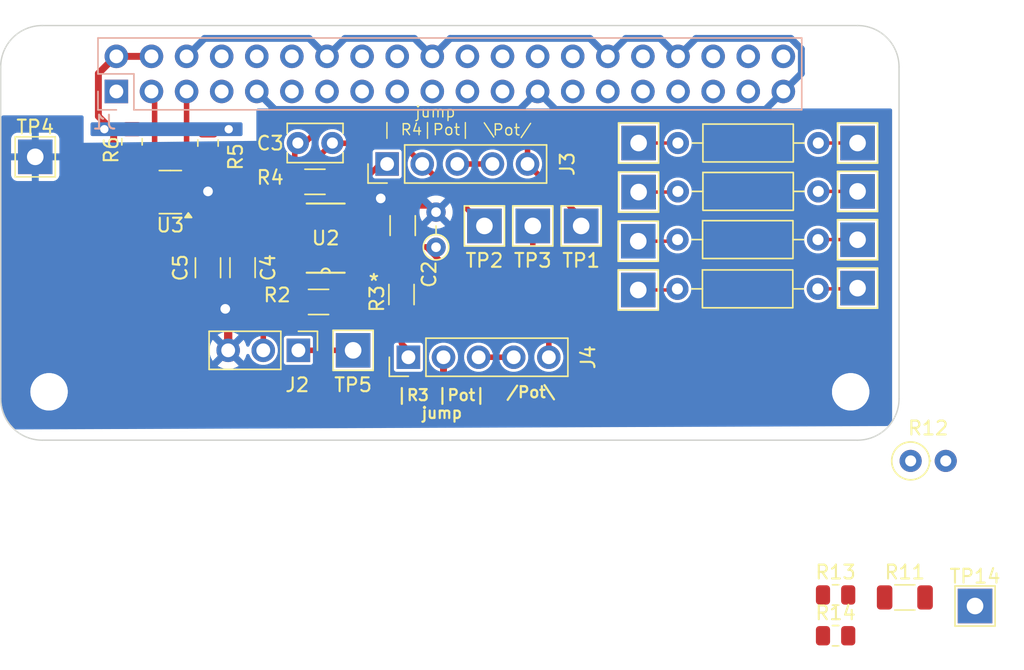
<source format=kicad_pcb>
(kicad_pcb (version 20241229) (generator "pcbnew") (generator_version "9.0")
  (title_block (date "15 nov 2012"))
  (layers (0 "F.Cu" signal) (2 "B.Cu" signal) (13 "F.Paste" user) (15 "B.Paste" user) (5 "F.SilkS" user "F.Silkscreen") (7 "B.SilkS" user "B.Silkscreen") (1 "F.Mask" user) (3 "B.Mask" user) (25 "Edge.Cuts" user))
  (net 0 "")
  (net 1 "GND")
  (net 2 "/GPIO2{slash}SDA1")
  (net 3 "/GPIO3{slash}SCL1")
  (net 4 "/GPIO4{slash}GPCLK0")
  (net 5 "/GPIO14{slash}TXD0")
  (net 6 "/GPIO15{slash}RXD0")
  (net 7 "/GPIO17")
  (net 8 "/GPIO18{slash}PCM.CLK")
  (net 9 "/GPIO27")
  (net 10 "/GPIO22")
  (net 11 "/GPIO23")
  (net 12 "/GPIO26")
  (net 13 "/GPIO24")
  (net 14 "/GPIO10{slash}SPI0.MOSI")
  (net 15 "/GPIO9{slash}SPI0.MISO")
  (net 16 "/GPIO25")
  (net 17 "/GPIO11{slash}SPI0.SCLK")
  (net 18 "/GPIO8{slash}SPI0.CE0")
  (net 19 "/GPIO7{slash}SPI0.CE1")
  (net 20 "/ID_SDA")
  (net 21 "/ID_SCL")
  (net 22 "/GPIO5")
  (net 23 "/GPIO6")
  (net 24 "/GPIO12{slash}PWM0")
  (net 25 "/GPIO13{slash}PWM1")
  (net 26 "/GPIO19{slash}PCM.FS")
  (net 27 "/GPIO16")
  (net 28 "/GPIO20{slash}PCM.DIN")
  (net 29 "/GPIO21{slash}PCM.DOUT")
  (net 30 "+5V")
  (net 31 "+3V3")
  (net 35 "Net-(J4-Pin_5)")
  (net 36 "Net-(J3-Pin_5)")
  (net 37 "Net-(J2-Pin_2)")
  (net 38 "Net-(J2-Pin_1)")
  (net 39 "Net-(J3-Pin_3)")
  (net 40 "Net-(J3-Pin_1)")
  (net 41 "Net-(J4-Pin_3)")
  (net 42 "Net-(J4-Pin_1)")
  (net 44 "Net-(J3-Pin_2)")
  (net 45 "Net-(R7-Pad1)")
  (net 46 "Net-(R7-Pad2)")
  (net 47 "Net-(R8-Pad2)")
  (net 48 "Net-(R8-Pad1)")
  (net 49 "Net-(R9-Pad2)")
  (net 50 "Net-(R9-Pad1)")
  (net 51 "Net-(R10-Pad1)")
  (net 52 "Net-(R10-Pad2)")
  (net 53 "Net-(U3-VIN-)")
  (net 54 "Net-(R11-Pad1)")
  (footprint "Resistor_SMD:R_1206_3216Metric" (layer "F.Cu") (at 129 89.4625 90)
    (property "Reference" "R3" (at -0.302904 -1.776176 90) (layer "F.SilkS"))
    (property "Value" "100k")
    (fp_line (start -0.727064 -0.91) (end 0.727064 -0.91) (stroke (width 0.12)) (layer "F.SilkS"))
    (fp_line (start -0.727064 0.91) (end 0.727064 0.91) (stroke (width 0.12)) (layer "F.SilkS"))
    (pad "1" smd roundrect (at -1.4625 0 90) (size 1.125 1.75) (layers "F.Cu" "F.Mask" "F.Paste") (roundrect_rratio 0.222222) (net 42 "Net-(J4-Pin_1)"))
    (pad "2" smd roundrect (at 1.4625 0 90) (size 1.125 1.75) (layers "F.Cu" "F.Mask" "F.Paste") (roundrect_rratio 0.222222) (net 35 "Net-(J4-Pin_5)"))
  )
  (footprint "MountingHole:MountingHole_2.7mm_M2.5" (layer "F.Cu") (at 161.5 73.5)
    (property "Reference" "MH2" (hide yes))
    (property "Value" "MountingHole_2.7mm_M2.5" (hide yes))
    (pad "" np_thru_hole circle (at 0 0) (size 2.7 2.7) (drill 2.7) (layers "*.Cu" "*.Mask"))
  )
  (footprint "Capacitor_SMD:C_1206_3216Metric" (layer "F.Cu") (at 129.0875 84.475 90)
    (property "Reference" "C2" (at -3.525 1.9125 90) (layer "F.SilkS"))
    (property "Value" "100nF")
    (fp_line (start -0.711252 -0.91) (end 0.711252 -0.91) (stroke (width 0.12)) (layer "F.SilkS"))
    (fp_line (start -0.711252 0.91) (end 0.711252 0.91) (stroke (width 0.12)) (layer "F.SilkS"))
    (pad "1" smd roundrect (at -1.475 0 90) (size 1.15 1.8) (layers "F.Cu" "F.Mask" "F.Paste") (roundrect_rratio 0.217391) (net 35 "Net-(J4-Pin_5)"))
    (pad "2" smd roundrect (at 1.475 0 90) (size 1.15 1.8) (layers "F.Cu" "F.Mask" "F.Paste") (roundrect_rratio 0.217391) (net 1 "GND"))
  )
  (footprint "TestPoint:TestPoint_THTPad_2.5x2.5mm_Drill1.2mm" (layer "F.Cu") (at 142 84.5 180)
    (property "Reference" "TP1" (at 0 -2.5 0) (layer "F.SilkS"))
    (property "Value" "TestPoint" (hide yes))
    (fp_line (start 1.45 1.45) (end -1.45 1.45) (stroke (width 0.12)) (layer "F.SilkS"))
    (fp_line (start 1.45 -1.45) (end 1.45 1.45) (stroke (width 0.12)) (layer "F.SilkS"))
    (fp_line (start -1.45 1.45) (end -1.45 -1.45) (stroke (width 0.12)) (layer "F.SilkS"))
    (fp_line (start -1.45 -1.45) (end 1.45 -1.45) (stroke (width 0.12)) (layer "F.SilkS"))
    (pad "1" thru_hole rect (at 0 0 180) (size 2.5 2.5) (drill 1.2) (layers "*.Cu" "*.Mask") (net 36 "Net-(J3-Pin_5)"))
  )
  (footprint "Resistor_SMD:R_0805_2012Metric" (layer "F.Cu") (at 115 78.5 90)
    (property "Reference" "R5" (at -1 2 90) (layer "F.SilkS"))
    (property "Value" "10k")
    (fp_line (start -0.227064 -0.735) (end 0.227064 -0.735) (stroke (width 0.12)) (layer "F.SilkS"))
    (fp_line (start -0.227064 0.735) (end 0.227064 0.735) (stroke (width 0.12)) (layer "F.SilkS"))
    (pad "1" smd roundrect (at -0.9125 0 90) (size 1.025 1.4) (layers "F.Cu" "F.Mask" "F.Paste") (roundrect_rratio 0.243902) (net 3 "/GPIO3{slash}SCL1"))
    (pad "2" smd roundrect (at 0.9125 0 90) (size 1.025 1.4) (layers "F.Cu" "F.Mask" "F.Paste") (roundrect_rratio 0.243902) (net 30 "+5V"))
  )
  (footprint "TestPoint:TestPoint_THTPad_2.5x2.5mm_Drill1.2mm" (layer "F.Cu") (at 162 78.5)
    (property "Reference" "TP13" (hide yes))
    (property "Value" "TestPoint")
    (fp_line (start -1.45 -1.45) (end 1.45 -1.45) (stroke (width 0.12)) (layer "F.SilkS"))
    (fp_line (start -1.45 1.45) (end -1.45 -1.45) (stroke (width 0.12)) (layer "F.SilkS"))
    (fp_line (start 1.45 -1.45) (end 1.45 1.45) (stroke (width 0.12)) (layer "F.SilkS"))
    (fp_line (start 1.45 1.45) (end -1.45 1.45) (stroke (width 0.12)) (layer "F.SilkS"))
    (pad "1" thru_hole rect (at 0 0) (size 2.5 2.5) (drill 1.2) (layers "*.Cu" "*.Mask") (net 46 "Net-(R7-Pad2)"))
  )
  (footprint "Resistor_SMD:R_1206_3216Metric" (layer "F.Cu") (at 165.42 111.38)
    (property "Reference" "R11" (at 0 -1.83 0) (layer "F.SilkS"))
    (property "Value" "0")
    (fp_line (start -0.727064 -0.91) (end 0.727064 -0.91) (stroke (width 0.12)) (layer "F.SilkS"))
    (fp_line (start -0.727064 0.91) (end 0.727064 0.91) (stroke (width 0.12)) (layer "F.SilkS"))
    (pad "1" smd roundrect (at -1.4625 0) (size 1.125 1.75) (layers "F.Cu" "F.Mask" "F.Paste") (roundrect_rratio 0.222222) (net 54 "Net-(R11-Pad1)"))
    (pad "2" smd roundrect (at 1.4625 0) (size 1.125 1.75) (layers "F.Cu" "F.Mask" "F.Paste") (roundrect_rratio 0.222222) (net 53 "Net-(U3-VIN-)"))
  )
  (footprint "Capacitor_SMD:C_1206_3216Metric" (layer "F.Cu") (at 117.5 87.5175 -90)
    (property "Reference" "C4" (at 0 -1.85 270) (layer "F.SilkS"))
    (property "Value" "100uF")
    (fp_line (start -0.711252 0.91) (end 0.711252 0.91) (stroke (width 0.12)) (layer "F.SilkS"))
    (fp_line (start -0.711252 -0.91) (end 0.711252 -0.91) (stroke (width 0.12)) (layer "F.SilkS"))
    (pad "1" smd roundrect (at -1.475 0 270) (size 1.15 1.8) (layers "F.Cu" "F.Mask" "F.Paste") (roundrect_rratio 0.217391) (net 30 "+5V"))
    (pad "2" smd roundrect (at 1.475 0 270) (size 1.15 1.8) (layers "F.Cu" "F.Mask" "F.Paste") (roundrect_rratio 0.217391) (net 1 "GND"))
  )
  (footprint "Connector_PinHeader_2.54mm:PinHeader_1x05_P2.54mm_Vertical" (layer "F.Cu") (at 127.96 80.0175 90)
    (property "Reference" "J3" (at 0 13.04 90) (layer "F.SilkS"))
    (property "Value" "Conn_01x05_Pin")
    (fp_line (start -1.38 -1.38) (end 0 -1.38) (stroke (width 0.12)) (layer "F.SilkS"))
    (fp_line (start -1.38 0) (end -1.38 -1.38) (stroke (width 0.12)) (layer "F.SilkS"))
    (fp_line (start 1.38 1.27) (end 1.38 11.54) (stroke (width 0.12)) (layer "F.SilkS"))
    (fp_line (start -1.38 1.27) (end 1.38 1.27) (stroke (width 0.12)) (layer "F.SilkS"))
    (fp_line (start -1.38 1.27) (end -1.38 11.54) (stroke (width 0.12)) (layer "F.SilkS"))
    (fp_line (start -1.38 11.54) (end 1.38 11.54) (stroke (width 0.12)) (layer "F.SilkS"))
    (pad "1" thru_hole rect (at 0 0 90) (size 1.7 1.7) (drill 1) (layers "*.Cu" "*.Mask") (net 40 "Net-(J3-Pin_1)"))
    (pad "2" thru_hole circle (at 0 2.54 90) (size 1.7 1.7) (drill 1) (layers "*.Cu" "*.Mask") (net 44 "Net-(J3-Pin_2)"))
    (pad "3" thru_hole circle (at 0 5.08 90) (size 1.7 1.7) (drill 1) (layers "*.Cu" "*.Mask") (net 39 "Net-(J3-Pin_3)"))
    (pad "4" thru_hole circle (at 0 7.62 90) (size 1.7 1.7) (drill 1) (layers "*.Cu" "*.Mask") (net 39 "Net-(J3-Pin_3)"))
    (pad "5" thru_hole circle (at 0 10.16 90) (size 1.7 1.7) (drill 1) (layers "*.Cu" "*.Mask") (net 36 "Net-(J3-Pin_5)"))
  )
  (footprint "Resistor_SMD:R_0805_2012Metric" (layer "F.Cu") (at 109.5 78.4125 90)
    (property "Reference" "R6" (at -0.5875 -1.5 90) (layer "F.SilkS"))
    (property "Value" "10k")
    (fp_line (start -0.227064 -0.735) (end 0.227064 -0.735) (stroke (width 0.12)) (layer "F.SilkS"))
    (fp_line (start -0.227064 0.735) (end 0.227064 0.735) (stroke (width 0.12)) (layer "F.SilkS"))
    (pad "1" smd roundrect (at -0.9125 0 90) (size 1.025 1.4) (layers "F.Cu" "F.Mask" "F.Paste") (roundrect_rratio 0.243902) (net 2 "/GPIO2{slash}SDA1"))
    (pad "2" smd roundrect (at 0.9125 0 90) (size 1.025 1.4) (layers "F.Cu" "F.Mask" "F.Paste") (roundrect_rratio 0.243902) (net 30 "+5V"))
  )
  (footprint "TestPoint:TestPoint_THTPad_2.5x2.5mm_Drill1.2mm" (layer "F.Cu") (at 146.157597 82.048091)
    (property "Reference" "TP7" (hide yes))
    (property "Value" "TestPoint")
    (fp_line (start -1.45 -1.45) (end 1.45 -1.45) (stroke (width 0.12)) (layer "F.SilkS"))
    (fp_line (start -1.45 1.45) (end -1.45 -1.45) (stroke (width 0.12)) (layer "F.SilkS"))
    (fp_line (start 1.45 -1.45) (end 1.45 1.45) (stroke (width 0.12)) (layer "F.SilkS"))
    (fp_line (start 1.45 1.45) (end -1.45 1.45) (stroke (width 0.12)) (layer "F.SilkS"))
    (pad "1" thru_hole rect (at 0 0) (size 2.5 2.5) (drill 1.2) (layers "*.Cu" "*.Mask") (net 48 "Net-(R8-Pad1)"))
  )
  (footprint "Resistor_THT:R_Axial_DIN0207_L6.3mm_D2.5mm_P10.16mm_Horizontal" (layer "F.Cu") (at 148.976251 85.487022)
    (property "Reference" "R9" (hide yes))
    (property "Value" "R")
    (fp_line (start 1.04 0) (end 1.81 0) (stroke (width 0.12)) (layer "F.SilkS"))
    (fp_line (start 9.12 0) (end 8.35 0) (stroke (width 0.12)) (layer "F.SilkS"))
    (fp_rect (start 1.81 -1.37) (end 8.35 1.37) (stroke (width 0.12)) (fill no) (layer "F.SilkS"))
    (pad "1" thru_hole circle (at 0 0) (size 1.6 1.6) (drill 0.8) (layers "*.Cu" "*.Mask") (net 50 "Net-(R9-Pad1)"))
    (pad "2" thru_hole circle (at 10.16 0) (size 1.6 1.6) (drill 0.8) (layers "*.Cu" "*.Mask") (net 49 "Net-(R9-Pad2)"))
  )
  (footprint "TestPoint:TestPoint_THTPad_2.5x2.5mm_Drill1.2mm" (layer "F.Cu") (at 162 85.5)
    (property "Reference" "TP11" (hide yes))
    (property "Value" "TestPoint")
    (fp_line (start -1.45 -1.45) (end 1.45 -1.45) (stroke (width 0.12)) (layer "F.SilkS"))
    (fp_line (start -1.45 1.45) (end -1.45 -1.45) (stroke (width 0.12)) (layer "F.SilkS"))
    (fp_line (start 1.45 -1.45) (end 1.45 1.45) (stroke (width 0.12)) (layer "F.SilkS"))
    (fp_line (start 1.45 1.45) (end -1.45 1.45) (stroke (width 0.12)) (layer "F.SilkS"))
    (pad "1" thru_hole rect (at 0 0) (size 2.5 2.5) (drill 1.2) (layers "*.Cu" "*.Mask") (net 49 "Net-(R9-Pad2)"))
  )
  (footprint "Capacitor_SMD:C_1206_3216Metric" (layer "F.Cu") (at 115 87.525 -90)
    (property "Reference" "C5" (at 0 2 270) (layer "F.SilkS"))
    (property "Value" "100nF")
    (fp_line (start -0.711252 0.91) (end 0.711252 0.91) (stroke (width 0.12)) (layer "F.SilkS"))
    (fp_line (start -0.711252 -0.91) (end 0.711252 -0.91) (stroke (width 0.12)) (layer "F.SilkS"))
    (pad "1" smd roundrect (at -1.475 0 270) (size 1.15 1.8) (layers "F.Cu" "F.Mask" "F.Paste") (roundrect_rratio 0.217391) (net 30 "+5V"))
    (pad "2" smd roundrect (at 1.475 0 270) (size 1.15 1.8) (layers "F.Cu" "F.Mask" "F.Paste") (roundrect_rratio 0.217391) (net 1 "GND"))
  )
  (footprint "Resistor_SMD:R_0805_2012Metric" (layer "F.Cu") (at 160.41 114.15)
    (property "Reference" "R14" (at 0 -1.65 0) (layer "F.SilkS"))
    (property "Value" "25k")
    (fp_line (start -0.227064 -0.735) (end 0.227064 -0.735) (stroke (width 0.12)) (layer "F.SilkS"))
    (fp_line (start -0.227064 0.735) (end 0.227064 0.735) (stroke (width 0.12)) (layer "F.SilkS"))
    (pad "1" smd roundrect (at -0.9125 0) (size 1.025 1.4) (layers "F.Cu" "F.Mask" "F.Paste") (roundrect_rratio 0.243902) (net 1 "GND"))
    (pad "2" smd roundrect (at 0.9125 0) (size 1.025 1.4) (layers "F.Cu" "F.Mask" "F.Paste") (roundrect_rratio 0.243902) (net 54 "Net-(R11-Pad1)"))
  )
  (footprint "OPA380:D8" (layer "F.Cu") (at 123.5138 85.3825 180)
    (property "Reference" "U2" (hide yes))
    (property "Value" "OPA380AID")
    (fp_line (start 1.373653 -2.5019) (end -1.373653 -2.5019) (stroke (width 0.1524)) (layer "F.SilkS"))
    (fp_line (start -1.373653 2.5019) (end 1.373653 2.5019) (stroke (width 0.1524)) (layer "F.SilkS"))
    (fp_arc (start 0.3048 -2.5019) (mid 0 -2.1971) (end -0.3048 -2.5019) (stroke (width 0.1524)) (layer "F.SilkS"))
    (fp_text user "*" (at -3.4862 -3.135 0) (layer "F.SilkS"))
    (pad "1" smd rect (at -2.4638 -1.905 180) (size 1.9812 0.5588) (layers "F.Cu" "F.Mask" "F.Paste"))
    (pad "2" smd rect (at -2.4638 -0.635 180) (size 1.9812 0.5588) (layers "F.Cu" "F.Mask" "F.Paste") (net 44 "Net-(J3-Pin_2)"))
    (pad "3" smd rect (at -2.4638 0.635 180) (size 1.9812 0.5588) (layers "F.Cu" "F.Mask" "F.Paste") (net 35 "Net-(J4-Pin_5)"))
    (pad "4" smd rect (at -2.4638 1.905 180) (size 1.9812 0.5588) (layers "F.Cu" "F.Mask" "F.Paste") (net 1 "GND"))
    (pad "5" smd rect (at 2.4638 1.905 180) (size 1.9812 0.5588) (layers "F.Cu" "F.Mask" "F.Paste"))
    (pad "6" smd rect (at 2.4638 0.635 180) (size 1.9812 0.5588) (layers "F.Cu" "F.Mask" "F.Paste") (net 36 "Net-(J3-Pin_5)"))
    (pad "7" smd rect (at 2.4638 -0.635 180) (size 1.9812 0.5588) (layers "F.Cu" "F.Mask" "F.Paste") (net 30 "+5V"))
    (pad "8" smd rect (at 2.4638 -1.905 180) (size 1.9812 0.5588) (layers "F.Cu" "F.Mask" "F.Paste"))
  )
  (footprint "Resistor_THT:R_Axial_DIN0207_L6.3mm_D2.5mm_P2.54mm_Vertical" (layer "F.Cu") (at 165.84 101.5)
    (property "Reference" "R12" (at 1.27 -2.37 0) (layer "F.SilkS"))
    (property "Value" "0R")
    (fp_line (start 1.37 0) (end 1.44 0) (stroke (width 0.12)) (layer "F.SilkS"))
    (fp_circle (center 0 0) (end 1.37 0) (stroke (width 0.12)) (fill no) (layer "F.SilkS"))
    (pad "1" thru_hole circle (at 0 0) (size 1.6 1.6) (drill 0.8) (layers "*.Cu" "*.Mask") (net 1 "GND"))
    (pad "2" thru_hole circle (at 2.54 0) (size 1.6 1.6) (drill 0.8) (layers "*.Cu" "*.Mask") (net 53 "Net-(U3-VIN-)"))
  )
  (footprint "TestPoint:TestPoint_THTPad_2.5x2.5mm_Drill1.2mm" (layer "F.Cu") (at 146.130858 89.133786)
    (property "Reference" "TP9" (hide yes))
    (property "Value" "TestPoint")
    (fp_line (start -1.45 -1.45) (end 1.45 -1.45) (stroke (width 0.12)) (layer "F.SilkS"))
    (fp_line (start -1.45 1.45) (end -1.45 -1.45) (stroke (width 0.12)) (layer "F.SilkS"))
    (fp_line (start 1.45 -1.45) (end 1.45 1.45) (stroke (width 0.12)) (layer "F.SilkS"))
    (fp_line (start 1.45 1.45) (end -1.45 1.45) (stroke (width 0.12)) (layer "F.SilkS"))
    (pad "1" thru_hole rect (at 0 0) (size 2.5 2.5) (drill 1.2) (layers "*.Cu" "*.Mask") (net 51 "Net-(R10-Pad1)"))
  )
  (footprint "TestPoint:TestPoint_THTPad_2.5x2.5mm_Drill1.2mm" (layer "F.Cu") (at 146.157597 78.5)
    (property "Reference" "TP6" (hide yes))
    (property "Value" "TestPoint")
    (fp_line (start -1.45 -1.45) (end 1.45 -1.45) (stroke (width 0.12)) (layer "F.SilkS"))
    (fp_line (start -1.45 1.45) (end -1.45 -1.45) (stroke (width 0.12)) (layer "F.SilkS"))
    (fp_line (start 1.45 -1.45) (end 1.45 1.45) (stroke (width 0.12)) (layer "F.SilkS"))
    (fp_line (start 1.45 1.45) (end -1.45 1.45) (stroke (width 0.12)) (layer "F.SilkS"))
    (pad "1" thru_hole rect (at 0 0) (size 2.5 2.5) (drill 1.2) (layers "*.Cu" "*.Mask") (net 45 "Net-(R7-Pad1)"))
  )
  (footprint "MountingHole:MountingHole_2.7mm_M2.5" (layer "F.Cu") (at 103.5 96.5)
    (property "Reference" "MH3" (hide yes))
    (property "Value" "MountingHole_2.7mm_M2.5" (hide yes))
    (pad "" np_thru_hole circle (at 0 0) (size 2.7 2.7) (drill 2.7) (layers "*.Cu" "*.Mask"))
  )
  (footprint "TestPoint:TestPoint_THTPad_2.5x2.5mm_Drill1.2mm" (layer "F.Cu") (at 125.5 93.5)
    (property "Reference" "TP5" (at 0 2.5 0) (layer "F.SilkS"))
    (property "Value" "TestPoint")
    (fp_line (start -1.45 -1.45) (end 1.45 -1.45) (stroke (width 0.12)) (layer "F.SilkS"))
    (fp_line (start -1.45 1.45) (end -1.45 -1.45) (stroke (width 0.12)) (layer "F.SilkS"))
    (fp_line (start 1.45 -1.45) (end 1.45 1.45) (stroke (width 0.12)) (layer "F.SilkS"))
    (fp_line (start 1.45 1.45) (end -1.45 1.45) (stroke (width 0.12)) (layer "F.SilkS"))
    (pad "1" thru_hole rect (at 0 0) (size 2.5 2.5) (drill 1.2) (layers "*.Cu" "*.Mask") (net 38 "Net-(J2-Pin_1)"))
  )
  (footprint "TestPoint:TestPoint_THTPad_2.5x2.5mm_Drill1.2mm" (layer "F.Cu") (at 162 89)
    (property "Reference" "TP10" (hide yes))
    (property "Value" "TestPoint")
    (fp_line (start -1.45 -1.45) (end 1.45 -1.45) (stroke (width 0.12)) (layer "F.SilkS"))
    (fp_line (start -1.45 1.45) (end -1.45 -1.45) (stroke (width 0.12)) (layer "F.SilkS"))
    (fp_line (start 1.45 -1.45) (end 1.45 1.45) (stroke (width 0.12)) (layer "F.SilkS"))
    (fp_line (start 1.45 1.45) (end -1.45 1.45) (stroke (width 0.12)) (layer "F.SilkS"))
    (pad "1" thru_hole rect (at 0 0) (size 2.5 2.5) (drill 1.2) (layers "*.Cu" "*.Mask") (net 52 "Net-(R10-Pad2)"))
  )
  (footprint "Connector_PinHeader_2.54mm:PinHeader_1x05_P2.54mm_Vertical" (layer "F.Cu") (at 129.5 94 90)
    (property "Reference" "J4" (at 0 13 90) (layer "F.SilkS"))
    (property "Value" "Conn_01x05_Pin")
    (fp_line (start -1.38 -1.38) (end 0 -1.38) (stroke (width 0.12)) (layer "F.SilkS"))
    (fp_line (start -1.38 0) (end -1.38 -1.38) (stroke (width 0.12)) (layer "F.SilkS"))
    (fp_line (start 1.38 1.27) (end 1.38 11.54) (stroke (width 0.12)) (layer "F.SilkS"))
    (fp_line (start -1.38 1.27) (end 1.38 1.27) (stroke (width 0.12)) (layer "F.SilkS"))
    (fp_line (start -1.38 1.27) (end -1.38 11.54) (stroke (width 0.12)) (layer "F.SilkS"))
    (fp_line (start -1.38 11.54) (end 1.38 11.54) (stroke (width 0.12)) (layer "F.SilkS"))
    (pad "1" thru_hole rect (at 0 0 90) (size 1.7 1.7) (drill 1) (layers "*.Cu" "*.Mask") (net 42 "Net-(J4-Pin_1)"))
    (pad "2" thru_hole circle (at 0 2.54 90) (size 1.7 1.7) (drill 1) (layers "*.Cu" "*.Mask") (net 30 "+5V"))
    (pad "3" thru_hole circle (at 0 5.08 90) (size 1.7 1.7) (drill 1) (layers "*.Cu" "*.Mask") (net 41 "Net-(J4-Pin_3)"))
    (pad "4" thru_hole circle (at 0 7.62 90) (size 1.7 1.7) (drill 1) (layers "*.Cu" "*.Mask") (net 41 "Net-(J4-Pin_3)"))
    (pad "5" thru_hole circle (at 0 10.16 90) (size 1.7 1.7) (drill 1) (layers "*.Cu" "*.Mask") (net 35 "Net-(J4-Pin_5)"))
  )
  (footprint "MountingHole:MountingHole_2.7mm_M2.5" (layer "F.Cu") (at 103.5 73.5)
    (property "Reference" "MH1" (hide yes))
    (property "Value" "MountingHole_2.7mm_M2.5" (hide yes))
    (pad "" np_thru_hole circle (at 0 0) (size 2.7 2.7) (drill 2.7) (layers "*.Cu" "*.Mask"))
  )
  (footprint "TestPoint:TestPoint_THTPad_2.5x2.5mm_Drill1.2mm" (layer "F.Cu") (at 138.5 84.5 180)
    (property "Reference" "TP3" (at 0 -2.5 0) (layer "F.SilkS"))
    (property "Value" "TestPoint" (hide yes))
    (fp_line (start 1.45 1.45) (end -1.45 1.45) (stroke (width 0.12)) (layer "F.SilkS"))
    (fp_line (start 1.45 -1.45) (end 1.45 1.45) (stroke (width 0.12)) (layer "F.SilkS"))
    (fp_line (start -1.45 1.45) (end -1.45 -1.45) (stroke (width 0.12)) (layer "F.SilkS"))
    (fp_line (start -1.45 -1.45) (end 1.45 -1.45) (stroke (width 0.12)) (layer "F.SilkS"))
    (pad "1" thru_hole rect (at 0 0 180) (size 2.5 2.5) (drill 1.2) (layers "*.Cu" "*.Mask") (net 35 "Net-(J4-Pin_5)"))
  )
  (footprint "TestPoint:TestPoint_THTPad_2.5x2.5mm_Drill1.2mm" (layer "F.Cu") (at 102.5 79.5)
    (property "Reference" "TP4" (at 0 -2.148 0) (layer "F.SilkS"))
    (property "Value" "GND")
    (fp_line (start -1.45 -1.45) (end 1.45 -1.45) (stroke (width 0.12)) (layer "F.SilkS"))
    (fp_line (start -1.45 1.45) (end -1.45 -1.45) (stroke (width 0.12)) (layer "F.SilkS"))
    (fp_line (start 1.45 -1.45) (end 1.45 1.45) (stroke (width 0.12)) (layer "F.SilkS"))
    (fp_line (start 1.45 1.45) (end -1.45 1.45) (stroke (width 0.12)) (layer "F.SilkS"))
    (pad "1" thru_hole rect (at 0 0) (size 2.5 2.5) (drill 1.2) (layers "*.Cu" "*.Mask") (net 1 "GND"))
  )
  (footprint "Resistor_THT:R_Axial_DIN0207_L6.3mm_D2.5mm_P10.16mm_Horizontal" (layer "F.Cu") (at 149 82)
    (property "Reference" "R8" (hide yes))
    (property "Value" "R")
    (fp_line (start 1.04 0) (end 1.81 0) (stroke (width 0.12)) (layer "F.SilkS"))
    (fp_line (start 9.12 0) (end 8.35 0) (stroke (width 0.12)) (layer "F.SilkS"))
    (fp_rect (start 1.81 -1.37) (end 8.35 1.37) (stroke (width 0.12)) (fill no) (layer "F.SilkS"))
    (pad "1" thru_hole circle (at 0 0) (size 1.6 1.6) (drill 0.8) (layers "*.Cu" "*.Mask") (net 48 "Net-(R8-Pad1)"))
    (pad "2" thru_hole circle (at 10.16 0) (size 1.6 1.6) (drill 0.8) (layers "*.Cu" "*.Mask") (net 47 "Net-(R8-Pad2)"))
  )
  (footprint "Resistor_THT:R_Axial_DIN0204_L3.6mm_D1.6mm_P2.54mm_Vertical" (layer "F.Cu") (at 131.5 86.04 90)
    (property "Reference" "R1" (hide yes))
    (property "Value" "R")
    (fp_line (start 0.92 0) (end 1.54 0) (stroke (width 0.12)) (layer "F.SilkS"))
    (fp_circle (center 0 0) (end 0.92 0) (stroke (width 0.12)) (fill no) (layer "F.SilkS"))
    (pad "1" thru_hole circle (at 0 0 90) (size 1.4 1.4) (drill 0.7) (layers "*.Cu" "*.Mask") (net 35 "Net-(J4-Pin_5)"))
    (pad "2" thru_hole circle (at 2.54 0 90) (size 1.4 1.4) (drill 0.7) (layers "*.Cu" "*.Mask") (net 1 "GND"))
  )
  (footprint "Resistor_SMD:R_0805_2012Metric" (layer "F.Cu") (at 160.41 111.2)
    (property "Reference" "R13" (at 0 -1.65 0) (layer "F.SilkS"))
    (property "Value" "100k")
    (fp_line (start -0.227064 -0.735) (end 0.227064 -0.735) (stroke (width 0.12)) (layer "F.SilkS"))
    (fp_line (start -0.227064 0.735) (end 0.227064 0.735) (stroke (width 0.12)) (layer "F.SilkS"))
    (pad "1" smd roundrect (at -0.9125 0) (size 1.025 1.4) (layers "F.Cu" "F.Mask" "F.Paste") (roundrect_rratio 0.243902) (net 54 "Net-(R11-Pad1)"))
    (pad "2" smd roundrect (at 0.9125 0) (size 1.025 1.4) (layers "F.Cu" "F.Mask" "F.Paste") (roundrect_rratio 0.243902) (net 30 "+5V"))
  )
  (footprint "Resistor_THT:R_Axial_DIN0207_L6.3mm_D2.5mm_P10.16mm_Horizontal" (layer "F.Cu") (at 149 78.5)
    (property "Reference" "R7" (hide yes))
    (property "Value" "R")
    (fp_line (start 1.04 0) (end 1.81 0) (stroke (width 0.12)) (layer "F.SilkS"))
    (fp_line (start 9.12 0) (end 8.35 0) (stroke (width 0.12)) (layer "F.SilkS"))
    (fp_rect (start 1.81 -1.37) (end 8.35 1.37) (stroke (width 0.12)) (fill no) (layer "F.SilkS"))
    (pad "1" thru_hole circle (at 0 0) (size 1.6 1.6) (drill 0.8) (layers "*.Cu" "*.Mask") (net 45 "Net-(R7-Pad1)"))
    (pad "2" thru_hole circle (at 10.16 0) (size 1.6 1.6) (drill 0.8) (layers "*.Cu" "*.Mask") (net 46 "Net-(R7-Pad2)"))
  )
  (footprint "Resistor_SMD:R_1206_3216Metric" (layer "F.Cu") (at 122.738358 81.305909 180)
    (property "Reference" "R4" (at 3.238358 0.305909 180) (layer "F.SilkS"))
    (property "Value" "10M")
    (fp_line (start -0.727064 0.91) (end 0.727064 0.91) (stroke (width 0.12)) (layer "F.SilkS"))
    (fp_line (start -0.727064 -0.91) (end 0.727064 -0.91) (stroke (width 0.12)) (layer "F.SilkS"))
    (pad "1" smd roundrect (at -1.4625 0 180) (size 1.125 1.75) (layers "F.Cu" "F.Mask" "F.Paste") (roundrect_rratio 0.222222) (net 40 "Net-(J3-Pin_1)"))
    (pad "2" smd roundrect (at 1.4625 0 180) (size 1.125 1.75) (layers "F.Cu" "F.Mask" "F.Paste") (roundrect_rratio 0.222222) (net 36 "Net-(J3-Pin_5)"))
  )
  (footprint "TestPoint:TestPoint_THTPad_2.5x2.5mm_Drill1.2mm" (layer "F.Cu") (at 162 82)
    (property "Reference" "TP12" (hide yes))
    (property "Value" "TestPoint")
    (fp_line (start -1.45 -1.45) (end 1.45 -1.45) (stroke (width 0.12)) (layer "F.SilkS"))
    (fp_line (start -1.45 1.45) (end -1.45 -1.45) (stroke (width 0.12)) (layer "F.SilkS"))
    (fp_line (start 1.45 -1.45) (end 1.45 1.45) (stroke (width 0.12)) (layer "F.SilkS"))
    (fp_line (start 1.45 1.45) (end -1.45 1.45) (stroke (width 0.12)) (layer "F.SilkS"))
    (pad "1" thru_hole rect (at 0 0) (size 2.5 2.5) (drill 1.2) (layers "*.Cu" "*.Mask") (net 47 "Net-(R8-Pad2)"))
  )
  (footprint "TestPoint:TestPoint_THTPad_2.5x2.5mm_Drill1.2mm" (layer "F.Cu") (at 146.130858 85.604308)
    (property "Reference" "TP8" (hide yes))
    (property "Value" "TestPoint")
    (fp_line (start -1.45 -1.45) (end 1.45 -1.45) (stroke (width 0.12)) (layer "F.SilkS"))
    (fp_line (start -1.45 1.45) (end -1.45 -1.45) (stroke (width 0.12)) (layer "F.SilkS"))
    (fp_line (start 1.45 -1.45) (end 1.45 1.45) (stroke (width 0.12)) (layer "F.SilkS"))
    (fp_line (start 1.45 1.45) (end -1.45 1.45) (stroke (width 0.12)) (layer "F.SilkS"))
    (pad "1" thru_hole rect (at 0 0) (size 2.5 2.5) (drill 1.2) (layers "*.Cu" "*.Mask") (net 50 "Net-(R9-Pad1)"))
  )
  (footprint "MountingHole:MountingHole_2.7mm_M2.5" (layer "F.Cu") (at 161.5 96.5)
    (property "Reference" "MH4" (hide yes))
    (property "Value" "MountingHole_2.7mm_M2.5" (hide yes))
    (pad "" np_thru_hole circle (at 0 0) (size 2.7 2.7) (drill 2.7) (layers "*.Cu" "*.Mask"))
  )
  (footprint "TestPoint:TestPoint_THTPad_2.5x2.5mm_Drill1.2mm" (layer "F.Cu") (at 135 84.5 180)
    (property "Reference" "TP2" (at 0 -2.5 0) (layer "F.SilkS"))
    (property "Value" "TestPoint" (hide yes))
    (fp_line (start 1.45 1.45) (end -1.45 1.45) (stroke (width 0.12)) (layer "F.SilkS"))
    (fp_line (start 1.45 -1.45) (end 1.45 1.45) (stroke (width 0.12)) (layer "F.SilkS"))
    (fp_line (start -1.45 1.45) (end -1.45 -1.45) (stroke (width 0.12)) (layer "F.SilkS"))
    (fp_line (start -1.45 -1.45) (end 1.45 -1.45) (stroke (width 0.12)) (layer "F.SilkS"))
    (pad "1" thru_hole rect (at 0 0 180) (size 2.5 2.5) (drill 1.2) (layers "*.Cu" "*.Mask") (net 44 "Net-(J3-Pin_2)"))
  )
  (footprint "Capacitor_THT:C_Disc_D3.8mm_W2.6mm_P2.50mm" (layer "F.Cu") (at 124 78.5 180)
    (property "Reference" "C3" (at 4.5 -0.0175 180) (layer "F.SilkS"))
    (property "Value" "1pF")
    (fp_line (start 3.27 1.42) (end -0.77 1.42) (stroke (width 0.12)) (layer "F.SilkS"))
    (fp_line (start 3.27 0.699) (end 3.27 1.42) (stroke (width 0.12)) (layer "F.SilkS"))
    (fp_line (start 3.27 -1.42) (end 3.27 -0.699) (stroke (width 0.12)) (layer "F.SilkS"))
    (fp_line (start -0.77 1.42) (end -0.77 0.699) (stroke (width 0.12)) (layer "F.SilkS"))
    (fp_line (start -0.77 -0.699) (end -0.77 -1.42) (stroke (width 0.12)) (layer "F.SilkS"))
    (fp_line (start -0.77 -1.42) (end 3.27 -1.42) (stroke (width 0.12)) (layer "F.SilkS"))
    (pad "1" thru_hole circle (at 0 0 180) (size 1.6 1.6) (drill 0.8) (layers "*.Cu" "*.Mask") (net 44 "Net-(J3-Pin_2)"))
    (pad "2" thru_hole circle (at 2.5 0 180) (size 1.6 1.6) (drill 0.8) (layers "*.Cu" "*.Mask") (net 36 "Net-(J3-Pin_5)"))
  )
  (footprint "Resistor_THT:R_Axial_DIN0207_L6.3mm_D2.5mm_P10.16mm_Horizontal" (layer "F.Cu") (at 148.965136 89.05357)
    (property "Reference" "R10" (hide yes))
    (property "Value" "R")
    (fp_line (start 1.04 0) (end 1.81 0) (stroke (width 0.12)) (layer "F.SilkS"))
    (fp_line (start 9.12 0) (end 8.35 0) (stroke (width 0.12)) (layer "F.SilkS"))
    (fp_rect (start 1.81 -1.37) (end 8.35 1.37) (stroke (width 0.12)) (fill no) (layer "F.SilkS"))
    (pad "1" thru_hole circle (at 0 0) (size 1.6 1.6) (drill 0.8) (layers "*.Cu" "*.Mask") (net 51 "Net-(R10-Pad1)"))
    (pad "2" thru_hole circle (at 10.16 0) (size 1.6 1.6) (drill 0.8) (layers "*.Cu" "*.Mask") (net 52 "Net-(R10-Pad2)"))
  )
  (footprint "Resistor_SMD:R_1206_3216Metric" (layer "F.Cu") (at 123 90)
    (property "Reference" "R2" (at -3 -0.5 0) (layer "F.SilkS"))
    (property "Value" "0")
    (fp_line (start -0.727064 -0.91) (end 0.727064 -0.91) (stroke (width 0.12)) (layer "F.SilkS"))
    (fp_line (start -0.727064 0.91) (end 0.727064 0.91) (stroke (width 0.12)) (layer "F.SilkS"))
    (pad "1" smd roundrect (at -1.4625 0) (size 1.125 1.75) (layers "F.Cu" "F.Mask" "F.Paste") (roundrect_rratio 0.222222) (net 37 "Net-(J2-Pin_2)"))
    (pad "2" smd roundrect (at 1.4625 0) (size 1.125 1.75) (layers "F.Cu" "F.Mask" "F.Paste") (roundrect_rratio 0.222222) (net 44 "Net-(J3-Pin_2)"))
  )
  (footprint "Connector_PinHeader_2.54mm:PinHeader_1x03_P2.54mm_Vertical" (layer "F.Cu") (at 121.54 93.5 -90)
    (property "Reference" "J2" (at 2.5 0.08 0) (layer "F.SilkS"))
    (property "Value" "Conn_01x02_Socket" (hide yes))
    (fp_line (start -1.38 6.46) (end 1.38 6.46) (stroke (width 0.12)) (layer "F.SilkS"))
    (fp_line (start -1.38 1.27) (end -1.38 6.46) (stroke (width 0.12)) (layer "F.SilkS"))
    (fp_line (start -1.38 1.27) (end 1.38 1.27) (stroke (width 0.12)) (layer "F.SilkS"))
    (fp_line (start 1.38 1.27) (end 1.38 6.46) (stroke (width 0.12)) (layer "F.SilkS"))
    (fp_line (start -1.38 0) (end -1.38 -1.38) (stroke (width 0.12)) (layer "F.SilkS"))
    (fp_line (start -1.38 -1.38) (end 0 -1.38) (stroke (width 0.12)) (layer "F.SilkS"))
    (pad "1" thru_hole rect (at 0 0 270) (size 1.7 1.7) (drill 1) (layers "*.Cu" "*.Mask") (net 38 "Net-(J2-Pin_1)"))
    (pad "2" thru_hole circle (at 0 2.54 270) (size 1.7 1.7) (drill 1) (layers "*.Cu" "*.Mask") (net 37 "Net-(J2-Pin_2)"))
    (pad "3" thru_hole circle (at 0 5.08 270) (size 1.7 1.7) (drill 1) (layers "*.Cu" "*.Mask") (net 1 "GND"))
  )
  (footprint "TestPoint:TestPoint_THTPad_2.5x2.5mm_Drill1.2mm" (layer "F.Cu") (at 170.5 112)
    (property "Reference" "TP14" (at 0 -2.148 0) (layer "F.SilkS"))
    (property "Value" "TestPoint")
    (fp_line (start -1.45 -1.45) (end 1.45 -1.45) (stroke (width 0.12)) (layer "F.SilkS"))
    (fp_line (start -1.45 1.45) (end -1.45 -1.45) (stroke (width 0.12)) (layer "F.SilkS"))
    (fp_line (start 1.45 -1.45) (end 1.45 1.45) (stroke (width 0.12)) (layer "F.SilkS"))
    (fp_line (start 1.45 1.45) (end -1.45 1.45) (stroke (width 0.12)) (layer "F.SilkS"))
    (pad "1" thru_hole rect (at 0 0) (size 2.5 2.5) (drill 1.2) (layers "*.Cu" "*.Mask") (net 53 "Net-(U3-VIN-)"))
  )
  (footprint "Package_TO_SOT_SMD:SOT-23-6" (layer "F.Cu") (at 112.275 82.05 180)
    (property "Reference" "U3" (at 0 -2.4 0) (layer "F.SilkS"))
    (property "Value" "ADS1110")
    (fp_line (start 0 1.56) (end 0.8 1.56) (stroke (width 0.12)) (layer "F.SilkS"))
    (fp_line (start 0 1.56) (end -0.8 1.56) (stroke (width 0.12)) (layer "F.SilkS"))
    (fp_line (start 0 -1.56) (end 0.8 -1.56) (stroke (width 0.12)) (layer "F.SilkS"))
    (fp_line (start 0 -1.56) (end -0.8 -1.56) (stroke (width 0.12)) (layer "F.SilkS"))
    (fp_poly (pts (xy -1.3 -1.51) (xy -1.54 -1.84) (xy -1.06 -1.84)) (stroke (width 0.12)) (fill yes) (layer "F.SilkS"))
    (pad "1" smd roundrect (at -1.1375 -0.95 180) (size 1.325 0.6) (layers "F.Cu" "F.Mask" "F.Paste") (net 36 "Net-(J3-Pin_5)"))
    (pad "2" smd roundrect (at -1.1375 0 180) (size 1.325 0.6) (layers "F.Cu" "F.Mask" "F.Paste") (net 1 "GND"))
    (pad "3" smd roundrect (at -1.1375 0.95 180) (size 1.325 0.6) (layers "F.Cu" "F.Mask" "F.Paste") (net 3 "/GPIO3{slash}SCL1"))
    (pad "4" smd roundrect (at 1.1375 0.95 180) (size 1.325 0.6) (layers "F.Cu" "F.Mask" "F.Paste") (net 2 "/GPIO2{slash}SDA1"))
    (pad "5" smd roundrect (at 1.1375 0 180) (size 1.325 0.6) (layers "F.Cu" "F.Mask" "F.Paste") (net 30 "+5V"))
    (pad "6" smd roundrect (at 1.1375 -0.95 180) (size 1.325 0.6) (layers "F.Cu" "F.Mask" "F.Paste") (net 53 "Net-(U3-VIN-)"))
  )
  (footprint "Connector_PinSocket_2.54mm:PinSocket_2x20_P2.54mm_Vertical" (layer "B.Cu") (at 108.37 74.77 -90)
    (property "Reference" "J1" (at 2.23 0.87 0) (layer "B.SilkS") (effects (justify mirror)))
    (property "Value" "GPIO")
    (fp_line (start -3.87 1.33) (end -1.27 1.33) (stroke (width 0.12)) (layer "B.SilkS"))
    (fp_line (start -3.87 1.33) (end -3.87 -49.59) (stroke (width 0.12)) (layer "B.SilkS"))
    (fp_line (start -1.27 1.33) (end -1.27 -1.27) (stroke (width 0.12)) (layer "B.SilkS"))
    (fp_line (start 0 1.33) (end 1.33 1.33) (stroke (width 0.12)) (layer "B.SilkS"))
    (fp_line (start 1.33 1.33) (end 1.33 0) (stroke (width 0.12)) (layer "B.SilkS"))
    (fp_line (start -1.27 -1.27) (end 1.33 -1.27) (stroke (width 0.12)) (layer "B.SilkS"))
    (fp_line (start 1.33 -1.27) (end 1.33 -49.59) (stroke (width 0.12)) (layer "B.SilkS"))
    (fp_line (start -3.87 -49.59) (end 1.33 -49.59) (stroke (width 0.12)) (layer "B.SilkS"))
    (pad "1" thru_hole rect (at 0 0 270) (size 1.7 1.7) (drill 1) (layers "*.Cu" "*.Mask") (net 31 "+3V3"))
    (pad "2" thru_hole circle (at -2.54 0 270) (size 1.7 1.7) (drill 1) (layers "*.Cu" "*.Mask") (net 30 "+5V"))
    (pad "3" thru_hole circle (at 0 -2.54 270) (size 1.7 1.7) (drill 1) (layers "*.Cu" "*.Mask") (net 2 "/GPIO2{slash}SDA1"))
    (pad "4" thru_hole circle (at -2.54 -2.54 270) (size 1.7 1.7) (drill 1) (layers "*.Cu" "*.Mask") (net 30 "+5V"))
    (pad "5" thru_hole circle (at 0 -5.08 270) (size 1.7 1.7) (drill 1) (layers "*.Cu" "*.Mask") (net 3 "/GPIO3{slash}SCL1"))
    (pad "6" thru_hole circle (at -2.54 -5.08 270) (size 1.7 1.7) (drill 1) (layers "*.Cu" "*.Mask") (net 1 "GND"))
    (pad "7" thru_hole circle (at 0 -7.62 270) (size 1.7 1.7) (drill 1) (layers "*.Cu" "*.Mask") (net 4 "/GPIO4{slash}GPCLK0"))
    (pad "8" thru_hole circle (at -2.54 -7.62 270) (size 1.7 1.7) (drill 1) (layers "*.Cu" "*.Mask") (net 5 "/GPIO14{slash}TXD0"))
    (pad "9" thru_hole circle (at 0 -10.16 270) (size 1.7 1.7) (drill 1) (layers "*.Cu" "*.Mask") (net 1 "GND"))
    (pad "10" thru_hole circle (at -2.54 -10.16 270) (size 1.7 1.7) (drill 1) (layers "*.Cu" "*.Mask") (net 6 "/GPIO15{slash}RXD0"))
    (pad "11" thru_hole circle (at 0 -12.7 270) (size 1.7 1.7) (drill 1) (layers "*.Cu" "*.Mask") (net 7 "/GPIO17"))
    (pad "12" thru_hole circle (at -2.54 -12.7 270) (size 1.7 1.7) (drill 1) (layers "*.Cu" "*.Mask") (net 8 "/GPIO18{slash}PCM.CLK"))
    (pad "13" thru_hole circle (at 0 -15.24 270) (size 1.7 1.7) (drill 1) (layers "*.Cu" "*.Mask") (net 9 "/GPIO27"))
    (pad "14" thru_hole circle (at -2.54 -15.24 270) (size 1.7 1.7) (drill 1) (layers "*.Cu" "*.Mask") (net 1 "GND"))
    (pad "15" thru_hole circle (at 0 -17.78 270) (size 1.7 1.7) (drill 1) (layers "*.Cu" "*.Mask") (net 10 "/GPIO22"))
    (pad "16" thru_hole circle (at -2.54 -17.78 270) (size 1.7 1.7) (drill 1) (layers "*.Cu" "*.Mask") (net 11 "/GPIO23"))
    (pad "17" thru_hole circle (at 0 -20.32 270) (size 1.7 1.7) (drill 1) (layers "*.Cu" "*.Mask"))
    (pad "18" thru_hole circle (at -2.54 -20.32 270) (size 1.7 1.7) (drill 1) (layers "*.Cu" "*.Mask") (net 13 "/GPIO24"))
    (pad "19" thru_hole circle (at 0 -22.86 270) (size 1.7 1.7) (drill 1) (layers "*.Cu" "*.Mask") (net 14 "/GPIO10{slash}SPI0.MOSI"))
    (pad "20" thru_hole circle (at -2.54 -22.86 270) (size 1.7 1.7) (drill 1) (layers "*.Cu" "*.Mask") (net 1 "GND"))
    (pad "21" thru_hole circle (at 0 -25.4 270) (size 1.7 1.7) (drill 1) (layers "*.Cu" "*.Mask") (net 15 "/GPIO9{slash}SPI0.MISO"))
    (pad "22" thru_hole circle (at -2.54 -25.4 270) (size 1.7 1.7) (drill 1) (layers "*.Cu" "*.Mask") (net 16 "/GPIO25"))
    (pad "23" thru_hole circle (at 0 -27.94 270) (size 1.7 1.7) (drill 1) (layers "*.Cu" "*.Mask") (net 17 "/GPIO11{slash}SPI0.SCLK"))
    (pad "24" thru_hole circle (at -2.54 -27.94 270) (size 1.7 1.7) (drill 1) (layers "*.Cu" "*.Mask") (net 18 "/GPIO8{slash}SPI0.CE0"))
    (pad "25" thru_hole circle (at 0 -30.48 270) (size 1.7 1.7) (drill 1) (layers "*.Cu" "*.Mask") (net 1 "GND"))
    (pad "26" thru_hole circle (at -2.54 -30.48 270) (size 1.7 1.7) (drill 1) (layers "*.Cu" "*.Mask") (net 19 "/GPIO7{slash}SPI0.CE1"))
    (pad "27" thru_hole circle (at 0 -33.02 270) (size 1.7 1.7) (drill 1) (layers "*.Cu" "*.Mask") (net 20 "/ID_SDA"))
    (pad "28" thru_hole circle (at -2.54 -33.02 270) (size 1.7 1.7) (drill 1) (layers "*.Cu" "*.Mask") (net 21 "/ID_SCL"))
    (pad "29" thru_hole circle (at 0 -35.56 270) (size 1.7 1.7) (drill 1) (layers "*.Cu" "*.Mask") (net 22 "/GPIO5"))
    (pad "30" thru_hole circle (at -2.54 -35.56 270) (size 1.7 1.7) (drill 1) (layers "*.Cu" "*.Mask") (net 1 "GND"))
    (pad "31" thru_hole circle (at 0 -38.1 270) (size 1.7 1.7) (drill 1) (layers "*.Cu" "*.Mask") (net 23 "/GPIO6"))
    (pad "32" thru_hole circle (at -2.54 -38.1 270) (size 1.7 1.7) (drill 1) (layers "*.Cu" "*.Mask") (net 24 "/GPIO12{slash}PWM0"))
    (pad "33" thru_hole circle (at 0 -40.64 270) (size 1.7 1.7) (drill 1) (layers "*.Cu" "*.Mask") (net 25 "/GPIO13{slash}PWM1"))
    (pad "34" thru_hole circle (at -2.54 -40.64 270) (size 1.7 1.7) (drill 1) (layers "*.Cu" "*.Mask") (net 1 "GND"))
    (pad "35" thru_hole circle (at 0 -43.18 270) (size 1.7 1.7) (drill 1) (layers "*.Cu" "*.Mask") (net 26 "/GPIO19{slash}PCM.FS"))
    (pad "36" thru_hole circle (at -2.54 -43.18 270) (size 1.7 1.7) (drill 1) (layers "*.Cu" "*.Mask") (net 27 "/GPIO16"))
    (pad "37" thru_hole circle (at 0 -45.72 270) (size 1.7 1.7) (drill 1) (layers "*.Cu" "*.Mask") (net 12 "/GPIO26"))
    (pad "38" thru_hole circle (at -2.54 -45.72 270) (size 1.7 1.7) (drill 1) (layers "*.Cu" "*.Mask") (net 28 "/GPIO20{slash}PCM.DIN"))
    (pad "39" thru_hole circle (at 0 -48.26 270) (size 1.7 1.7) (drill 1) (layers "*.Cu" "*.Mask") (net 1 "GND"))
    (pad "40" thru_hole circle (at -2.54 -48.26 270) (size 1.7 1.7) (drill 1) (layers "*.Cu" "*.Mask") (net 29 "/GPIO21{slash}PCM.DOUT"))
  )
  (gr_arc (start 162 70) (mid 164.12132 70.87868) (end 165 73) (stroke (width 0.1)) (layer "Edge.Cuts"))
  (gr_line (start 165 97) (end 165 73) (stroke (width 0.1)) (layer "Edge.Cuts"))
  (gr_line (start 100 73) (end 100 97) (stroke (width 0.1)) (layer "Edge.Cuts"))
  (gr_arc (start 103 100) (mid 100.87868 99.12132) (end 100 97) (stroke (width 0.1)) (layer "Edge.Cuts"))
  (gr_line (start 103 100) (end 162 100) (stroke (width 0.1)) (layer "Edge.Cuts"))
  (gr_arc (start 165 97) (mid 164.12132 99.12132) (end 162 100) (stroke (width 0.1)) (layer "Edge.Cuts"))
  (gr_arc (start 100 73) (mid 100.87868 70.87868) (end 103 70) (stroke (width 0.1)) (layer "Edge.Cuts"))
  (gr_line (start 162 70) (end 103 70) (stroke (width 0.1)) (layer "Edge.Cuts"))
  (gr_text "\\Pot/" (at 135 78.0175 0) (layer "F.SilkS") (effects (font (size 0.8 0.8) (thickness 0.1)) (justify left bottom)))
  (gr_text "|R3 |Pot|\n   jump" (at 128.54 98.5 0) (layer "F.SilkS") (effects (font (size 0.8 0.8) (thickness 0.16) (bold yes)) (justify left bottom)))
  (gr_text "    jump \n| R4|Pot|" (at 127.5 78 0) (layer "F.SilkS") (effects (font (size 0.8 0.8) (thickness 0.1)) (justify left bottom)))
  (gr_text "U2" (at 123.5138 85.3825 0) (layer "F.SilkS") (effects (font (size 1 1))))
  (gr_text "/Pot\\" (at 136.5 97 0) (layer "F.SilkS") (effects (font (size 0.8 0.8) (thickness 0.16) (bold yes)) (justify left bottom)))
  (segment (start 117 89.4925) (end 117.5 88.9925) (width 0.6) (layer "F.Cu") (net 1))
  (segment (start 116.46 91.5) (end 116.46 93.5) (width 0.6) (layer "F.Cu") (net 1))
  (segment (start 111.8959 83) (end 112.8459 82.05) (width 0.5) (layer "F.Cu") (net 1))
  (segment (start 116.25 90.25) (end 115 89) (width 0.6) (layer "F.Cu") (net 1))
  (segment (start 116.25 90.5) (end 116.25 90.25) (width 0.6) (layer "F.Cu") (net 1))
  (segment (start 117 89.5) (end 117 89.4925) (width 0.6) (layer "F.Cu") (net 1))
  (segment (start 126.4551 83) (end 125.9776 83.4775) (width 0.5) (layer "F.Cu") (net 1))
  (segment (start 127.04 83.4775) (end 125.9776 83.4775) (width 0.5) (layer "F.Cu") (net 1))
  (segment (start 112.8459 82.05) (end 113.4125 82.05) (width 0.5) (layer "F.Cu") (net 1))
  (segment (start 111.1375 83) (end 111.8959 83) (width 0.5) (layer "F.Cu") (net 1))
  (segment (start 129.0875 83) (end 131 83) (width 0.5) (layer "F.Cu") (net 1))
  (segment (start 114.95 82.05) (end 113.4125 82.05) (width 0.5) (layer "F.Cu") (net 1))
  (segment (start 131 83) (end 131.5 83.5) (width 0.5) (layer "F.Cu") (net 1))
  (segment (start 115 82) (end 114.95 82.05) (width 0.5) (layer "F.Cu") (net 1))
  (segment (start 116.25 91.29) (end 116.46 91.5) (width 0.6) (layer "F.Cu") (net 1))
  (segment (start 116.25 90.25) (end 117 89.5) (width 0.6) (layer "F.Cu") (net 1))
  (segment (start 116.25 90.5) (end 116.25 91.29) (width 0.6) (layer "F.Cu") (net 1))
  (segment (start 128.00875 82.50875) (end 127.04 83.4775) (width 0.5) (layer "F.Cu") (net 1))
  (segment (start 128.59625 82.50875) (end 129.0875 83) (width 0.5) (layer "F.Cu") (net 1))
  (segment (start 127.5 82.50875) (end 128.59625 82.50875) (width 0.5) (layer "F.Cu") (net 1))
  (segment (start 129.0875 83) (end 126.4551 83) (width 0.5) (layer "F.Cu") (net 1))
  (via (at 127.5 82.50875) (size 1) (drill 0.7) (layers "F.Cu" "B.Cu") (net 1))
  (via (at 115 82) (size 1) (drill 0.7) (layers "F.Cu" "B.Cu") (net 1))
  (via (at 116.25 90.5) (size 1) (drill 0.7) (layers "F.Cu" "B.Cu") (net 1))
  (segment (start 150.311 70.929) (end 157.168892 70.929) (width 0.5) (layer "B.Cu") (net 1))
  (segment (start 137.549 76.071) (end 119.831 76.071) (width 0.5) (layer "B.Cu") (net 1))
  (segment (start 129.929 70.929) (end 124.911 70.929) (width 0.5) (layer "B.Cu") (net 1))
  (segment (start 155.329 76.071) (end 140.151 76.071) (width 0.5) (layer "B.Cu") (net 1))
  (segment (start 114.751 70.929) (end 113.45 72.23) (width 0.5) (layer "B.Cu") (net 1))
  (segment (start 120 76.24) (end 120 77.5) (width 0.5) (layer "B.Cu") (net 1))
  (segment (start 157.931 73.469) (end 156.63 74.77) (width 0.5) (layer "B.Cu") (net 1))
  (segment (start 156.63 74.77) (end 155.329 76.071) (width 0.5) (layer "B.Cu") (net 1))
  (segment (start 124.911 70.929) (end 123.61 72.23) (width 0.5) (layer "B.Cu") (net 1))
  (segment (start 131.23 72.23) (end 129.929 70.929) (width 0.5) (layer "B.Cu") (net 1))
  (segment (start 149.01 72.23) (end 150.311 70.929) (width 0.5) (layer "B.Cu") (net 1))
  (segment (start 119.831 76.071) (end 118.53 74.77) (width 0.5) (layer "B.Cu") (net 1))
  (segment (start 122.309 70.929) (end 114.751 70.929) (width 0.5) (layer "B.Cu") (net 1))
  (segment (start 149.01 72.23) (end 147.709 70.929) (width 0.5) (layer "B.Cu") (net 1))
  (segment (start 132.531 70.929) (end 131.23 72.23) (width 0.5) (layer "B.Cu") (net 1))
  (segment (start 147.709 70.929) (end 145.231 70.929) (width 0.5) (layer "B.Cu") (net 1))
  (segment (start 157.931 71.691108) (end 157.931 73.469) (width 0.5) (layer "B.Cu") (net 1))
  (segment (start 157.168892 70.929) (end 157.931 71.691108) (width 0.5) (layer "B.Cu") (net 1))
  (segment (start 138.85 74.77) (end 137.549 76.071) (width 0.5) (layer "B.Cu") (net 1))
  (segment (start 140.151 76.071) (end 138.85 74.77) (width 0.5) (layer "B.Cu") (net 1))
  (segment (start 118.53 74.77) (end 120 76.24) (width 0.5) (layer "B.Cu") (net 1))
  (segment (start 145.231 70.929) (end 143.93 72.23) (width 0.5) (layer "B.Cu") (net 1))
  (segment (start 123.61 72.23) (end 122.309 70.929) (width 0.5) (layer "B.Cu") (net 1))
  (segment (start 142.629 70.929) (end 132.531 70.929) (width 0.5) (layer "B.Cu") (net 1))
  (segment (start 143.93 72.23) (end 142.629 70.929) (width 0.5) (layer "B.Cu") (net 1))
  (segment (start 111.1375 79.5) (end 111.1375 74.9975) (width 0.4) (layer "F.Cu") (net 2))
  (segment (start 111.1375 74.9975) (end 110.91 74.77) (width 0.4) (layer "F.Cu") (net 2))
  (segment (start 111.1375 81.1) (end 111.1375 79.5) (width 0.4) (layer "F.Cu") (net 2))
  (segment (start 110 79.5) (end 111.1375 79.5) (width 0.4) (layer "F.Cu") (net 2))
  (segment (start 113.45 79.5) (end 113.45 81.0625) (width 0.4) (layer "F.Cu") (net 3))
  (segment (start 113.5375 79.4125) (end 115.4125 79.4125) (width 0.4) (layer "F.Cu") (net 3))
  (segment (start 113.45 79.5) (end 113.5375 79.4125) (width 0.4) (layer "F.Cu") (net 3))
  (segment (start 113.45 81.0625) (end 113.4125 81.1) (width 0.4) (layer "F.Cu") (net 3))
  (segment (start 113.45 74.77) (end 113.45 79.5) (width 0.4) (layer "F.Cu") (net 3))
  (segment (start 118.05 86.0175) (end 121.05 86.0175) (width 0.5) (layer "F.Cu") (net 30))
  (segment (start 109.9 82.05) (end 109.9 83.9) (width 0.5) (layer "F.Cu") (net 30))
  (segment (start 108.175 80.325) (end 109.9 82.05) (width 0.5) (layer "F.Cu") (net 30))
  (segment (start 109.5 77.5) (end 108 77.5) (width 0.5) (layer "F.Cu") (net 30))
  (segment (start 107.069 73.469) (end 107.069 76.569) (width 0.5) (layer "F.Cu") (net 30))
  (segment (start 113.5 96) (end 131.5 96) (width 0.5) (layer "F.Cu") (net 30))
  (segment (start 112 86) (end 112 94.5) (width 0.5) (layer "F.Cu") (net 30))
  (segment (start 131.5 96) (end 132.04 95.46) (width 0.5) (layer "F.Cu") (net 30))
  (segment (start 108 77.5) (end 108.175 77.675) (width 0.5) (layer "F.Cu") (net 30))
  (segment (start 108.308 72.23) (end 107.069 73.469) (width 0.5) (layer "F.Cu") (net 30))
  (segment (start 110.91 72.23) (end 108.308 72.23) (width 0.5) (layer "F.Cu") (net 30))
  (segment (start 115 77.5875) (end 116.4125 77.5875) (width 0.5) (layer "F.Cu") (net 30))
  (segment (start 108.175 77.675) (end 108.175 80.325) (width 0.5) (layer "F.Cu") (net 30))
  (segment (start 108 77.5) (end 107.5 77.5) (width 0.5) (layer "F.Cu") (net 30))
  (segment (start 132.04 95.46) (end 132.04 94) (width 0.5) (layer "F.Cu") (net 30))
  (segment (start 109.9 82.05) (end 111.1375 82.05) (width 0.5) (layer "F.Cu") (net 30))
  (segment (start 116.4125 77.5875) (end 116.5 77.5) (width 0.5) (layer "F.Cu") (net 30))
  (segment (start 112 86) (end 115 86) (width 0.5) (layer "F.Cu") (net 30))
  (segment (start 112 94.5) (end 113.5 96) (width 0.5) (layer "F.Cu") (net 30))
  (segment (start 110.91 72.23) (end 110.91 72.41) (width 0.5) (layer "F.Cu") (net 30))
  (segment (start 115 86) (end 118 86) (width 0.5) (layer "F.Cu") (net 30))
  (segment (start 107.069 76.569) (end 108 77.5) (width 0.5) (layer "F.Cu") (net 30))
  (segment (start 110.91 72.41) (end 111 72.5) (width 0.5) (layer "F.Cu") (net 30))
  (segment (start 109.9 83.9) (end 112 86) (width 0.5) (layer "F.Cu") (net 30))
  (via (at 107.5 77.5) (size 0.9) (drill 0.6) (layers "F.Cu" "B.Cu") (net 30))
  (via (at 116.5 77.5) (size 0.9) (drill 0.6) (layers "F.Cu" "B.Cu") (net 30))
  (segment (start 138.5 88) (end 138.5 89.5) (width 0.4) (layer "F.Cu") (net 35))
  (segment (start 129 86.105) (end 129.0875 86.0175) (width 0.25) (layer "F.Cu") (net 35))
  (segment (start 129.0875 86.0175) (end 127.8175 84.7475) (width 0.4) (layer "F.Cu") (net 35))
  (segment (start 129.0875 86.0175) (end 130.78 86.0175) (width 0.4) (layer "F.Cu") (net 35))
  (segment (start 138.5 91.3575) (end 139.66 92.5175) (width 0.4) (layer "F.Cu") (net 35))
  (segment (start 138.5 88) (end 138.5 91.3575) (width 0.4) (layer "F.Cu") (net 35))
  (segment (start 129 87.4475) (end 129 87.605) (width 0.4) (layer "F.Cu") (net 35))
  (segment (start 129.0875 87.36) (end 129.0875 85.95) (width 0.4) (layer "F.Cu") (net 35))
  (segment (start 134.2625 89.5) (end 131.5 86.7375) (width 0.4) (layer "F.Cu") (net 35))
  (segment (start 138.5 88) (end 138.5 84.5) (width 0.4) (layer "F.Cu") (net 35))
  (segment (start 139.66 92.5175) (end 139.66 94) (width 0.4) (layer "F.Cu") (net 35))
  (segment (start 130.78 86.0175) (end 131.5 86.7375) (width 0.4) (layer "F.Cu") (net 35))
  (segment (start 138.5 89.5) (end 134.2625 89.5) (width 0.4) (layer "F.Cu") (net 35))
  (segment (start 129 87.4475) (end 129.0875 87.36) (width 0.4) (layer "F.Cu") (net 35))
  (segment (start 127.8175 84.7475) (end 125.9776 84.7475) (width 0.4) (layer "F.Cu") (net 35))
  (segment (start 119 84.7475) (end 121.05 84.7475) (width 0.4) (layer "F.Cu") (net 36))
  (segment (start 121.5 79) (end 122.9825 77.5175) (width 0.4) (layer "F.Cu") (net 36))
  (segment (start 123.4825 77) (end 136.5 77) (width 0.4) (layer "F.Cu") (net 36))
  (segment (start 119 82.5) (end 120.194091 81.305909) (width 0.4) (layer "F.Cu") (net 36))
  (segment (start 121.05 84.7475) (end 121.7612 84.7475) (width 0.4) (layer "F.Cu") (net 36))
  (segment (start 122.9825 77.5) (end 123.4825 77) (width 0.4) (layer "F.Cu") (net 36))
  (segment (start 115.16 84.7475) (end 119 84.7475) (width 0.4) (layer "F.Cu") (net 36))
  (segment (start 113.4125 83) (end 115.16 84.7475) (width 0.4) (layer "F.Cu") (net 36))
  (segment (start 138.12 80.0175) (end 141.5 83.3975) (width 0.4) (layer "F.Cu") (net 36))
  (segment (start 137 77.5175) (end 138.12 78.6375) (width 0.4) (layer "F.Cu") (net 36))
  (segment (start 120.194091 81.305909) (end 121.275858 81.305909) (width 0.4) (layer "F.Cu") (net 36))
  (segment (start 136.5 77) (end 137 77.5) (width 0.4) (layer "F.Cu") (net 36))
  (segment (start 138.12 78.6375) (end 138.12 79.5175) (width 0.4) (layer "F.Cu") (net 36))
  (segment (start 121.275858 78.724142) (end 121.5 78.5) (width 0.4) (layer "F.Cu") (net 36))
  (segment (start 141.5 83.3975) (end 141.5 84.5) (width 0.25) (layer "F.Cu") (net 36))
  (segment (start 121.275858 81.305909) (end 121.275858 78.724142) (width 0.4) (layer "F.Cu") (net 36))
  (segment (start 119 84.7475) (end 119 82.5) (width 0.4) (layer "F.Cu") (net 36))
  (segment (start 121 90) (end 121.5375 90) (width 0.4) (layer "F.Cu") (net 37))
  (segment (start 119 93.5) (end 119 92) (width 0.4) (layer "F.Cu") (net 37))
  (segment (start 119 92) (end 121 90) (width 0.4) (layer "F.Cu") (net 37))
  (segment (start 121.54 93.5) (end 125.5 93.5) (width 0.4) (layer "F.Cu") (net 38))
  (segment (start 133.04 80.0175) (end 135.58 80.0175) (width 0.4) (layer "F.Cu") (net 39))
  (segment (start 127.96 79.5175) (end 125.96 81.5175) (width 0.4) (layer "F.Cu") (net 40))
  (segment (start 125.96 81.5175) (end 124.375 81.5175) (width 0.4) (layer "F.Cu") (net 40))
  (segment (start 134.58 94) (end 137.12 94) (width 0.4) (layer "F.Cu") (net 41))
  (segment (start 129.5 94) (end 129.5 93.5) (width 0.4) (layer "F.Cu") (net 42))
  (segment (start 129 93) (end 129 90.925) (width 0.4) (layer "F.Cu") (net 42))
  (segment (start 129.5 93.5) (end 129 93) (width 0.4) (layer "F.Cu") (net 42))
  (segment (start 129 78.5175) (end 130.5 80.0175) (width 0.4) (layer "F.Cu") (net 44))
  (segment (start 134.9825 84.5) (end 130.5 80.0175) (width 0.4) (layer "F.Cu") (net 44))
  (segment (start 122.80054 79.69946) (end 124 78.5) (width 0.4) (layer "F.Cu") (net 44))
  (segment (start 124 79) (end 124.4825 78.5175) (width 0.4) (layer "F.Cu") (net 44))
  (segment (start 124.4625 86.8214) (end 125.2664 86.0175) (width 0.4) (layer "F.Cu") (net 44))
  (segment (start 125.2664 86.0175) (end 122.80054 83.55164) (width 0.4) (layer "F.Cu") (net 44))
  (segment (start 122.80054 83.55164) (end 122.80054 79.69946) (width 0.4) (layer "F.Cu") (net 44))
  (segment (start 124.4825 78.5175) (end 129 78.5175) (width 0.4) (layer "F.Cu") (net 44))
  (segment (start 124.4625 90) (end 124.4625 86.8214) (width 0.4) (layer "F.Cu") (net 44))
  (segment (start 135 84.5) (end 134.9825 84.5) (width 0.4) (layer "F.Cu") (net 44))
  (segment (start 125.2664 86.0175) (end 125.9776 86.0175) (width 0.25) (layer "F.Cu") (net 44))
  (segment (start 146.157597 78.5) (end 149 78.5) (width 0.25) (layer "F.Cu") (net 45))
  (segment (start 159.16 78.5) (end 162 78.5) (width 0.25) (layer "F.Cu") (net 46))
  (segment (start 159.16 82) (end 162 82) (width 0.25) (layer "F.Cu") (net 47))
  (segment (start 148.951909 82.048091) (end 149 82) (width 0.25) (layer "F.Cu") (net 48))
  (segment (start 146.157597 82.048091) (end 148.951909 82.048091) (width 0.25) (layer "F.Cu") (net 48))
  (segment (start 159.136251 85.487022) (end 161.987022 85.487022) (width 0.25) (layer "F.Cu") (net 49))
  (segment (start 161.987022 85.487022) (end 162 85.5) (width 0.25) (layer "F.Cu") (net 49))
  (segment (start 146.130858 85.604308) (end 148.858965 85.604308) (width 0.25) (layer "F.Cu") (net 50))
  (segment (start 148.858965 85.604308) (end 148.976251 85.487022) (width 0.25) (layer "F.Cu") (net 50))
  (segment (start 146.130858 89.133786) (end 148.88492 89.133786) (width 0.25) (layer "F.Cu") (net 51))
  (segment (start 148.88492 89.133786) (end 148.965136 89.05357) (width 0.25) (layer "F.Cu") (net 51))
  (segment (start 159.125136 89.05357) (end 161.94643 89.05357) (width 0.25) (layer "F.Cu") (net 52))
  (segment (start 161.94643 89.05357) (end 162 89) (width 0.25) (layer "F.Cu") (net 52))
  (zone (net 1) (net_name "GND") (layer "B.Cu") (connect_pads (clearance 0)) (min_thickness 0.25) (fill yes (thermal_gap 0.5) (thermal_bridge_width 0.5))
    (polygon (pts (xy 100 76.5) (xy 106 76.5) (xy 106 78.4832) (xy 118.5 78.343198) (xy 118.5 76) (xy 164.5 76) (xy 164.5 98.976744) (xy 100 99.226744)))
  )
  (zone (net 30) (net_name "+5V") (layer "B.Cu") (priority 1) (connect_pads (clearance 0)) (min_thickness 0.25) (fill yes (thermal_gap 0.5) (thermal_bridge_width 0.5))
    (polygon (pts (xy 106.5 77) (xy 117.5 77) (xy 117.5 78) (xy 106.5 78)))
  )
)
</source>
